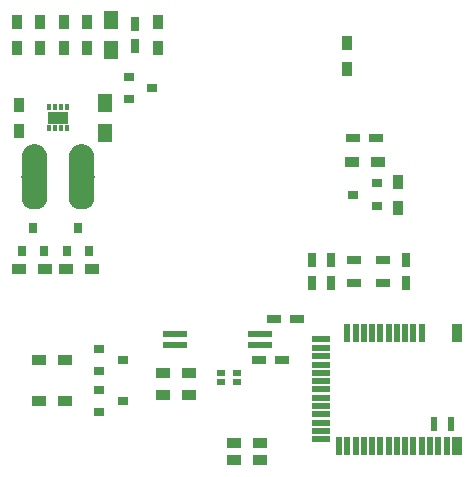
<source format=gtp>
G04 #@! TF.GenerationSoftware,KiCad,Pcbnew,(5.1.0)-1*
G04 #@! TF.CreationDate,2019-04-11T16:46:24+05:30*
G04 #@! TF.ProjectId,senseBe_rev3_main,73656e73-6542-4655-9f72-6576335f6d61,rev?*
G04 #@! TF.SameCoordinates,Original*
G04 #@! TF.FileFunction,Paste,Top*
G04 #@! TF.FilePolarity,Positive*
%FSLAX46Y46*%
G04 Gerber Fmt 4.6, Leading zero omitted, Abs format (unit mm)*
G04 Created by KiCad (PCBNEW (5.1.0)-1) date 2019-04-11 16:46:24*
%MOMM*%
%LPD*%
G04 APERTURE LIST*
%ADD10R,1.200000X0.900000*%
%ADD11R,2.100000X0.600000*%
%ADD12R,0.900000X0.800000*%
%ADD13R,0.800000X0.900000*%
%ADD14R,0.750000X1.200000*%
%ADD15R,1.200000X0.750000*%
%ADD16R,1.250000X1.500000*%
%ADD17R,0.700000X0.500000*%
%ADD18R,1.300000X0.700000*%
%ADD19R,0.900000X1.200000*%
%ADD20R,1.600000X0.500000*%
%ADD21R,0.500000X1.600000*%
%ADD22R,0.900000X1.600000*%
%ADD23R,0.500000X1.200000*%
%ADD24C,0.100000*%
%ADD25C,2.150000*%
%ADD26R,1.800000X1.000000*%
%ADD27R,0.350000X0.500000*%
G04 APERTURE END LIST*
D10*
X30400000Y-48500000D03*
X32600000Y-48500000D03*
D11*
X32600000Y-39300000D03*
X25400000Y-39300000D03*
X25400000Y-40200000D03*
X32600000Y-40200000D03*
D12*
X21000000Y-41500000D03*
X19000000Y-42450000D03*
X19000000Y-40550000D03*
X19000000Y-44050000D03*
X19000000Y-45950000D03*
X21000000Y-45000000D03*
X42500000Y-28450000D03*
X42500000Y-26550000D03*
X40500000Y-27500000D03*
X23500000Y-18500000D03*
X21500000Y-19450000D03*
X21500000Y-17550000D03*
D13*
X16250000Y-32300000D03*
X18150000Y-32300000D03*
X17200000Y-30300000D03*
X13400000Y-30300000D03*
X14350000Y-32300000D03*
X12450000Y-32300000D03*
D14*
X45000000Y-34950000D03*
X45000000Y-33050000D03*
D15*
X34450000Y-41500000D03*
X32550000Y-41500000D03*
X33800000Y-38000000D03*
X35700000Y-38000000D03*
D14*
X37000000Y-34950000D03*
X37000000Y-33050000D03*
X38600000Y-33050000D03*
X38600000Y-34950000D03*
D15*
X40500000Y-22750000D03*
X42400000Y-22750000D03*
D14*
X22000000Y-14950000D03*
X22000000Y-13050000D03*
D16*
X19500000Y-19750000D03*
X19500000Y-22250000D03*
X20000000Y-15250000D03*
X20000000Y-12750000D03*
D17*
X29300000Y-42600000D03*
X30700000Y-42600000D03*
X30700000Y-43400000D03*
X29300000Y-43400000D03*
D18*
X43000000Y-34950000D03*
X43000000Y-33050000D03*
X40600000Y-34950000D03*
X40600000Y-33050000D03*
D19*
X40000000Y-14700000D03*
X40000000Y-16900000D03*
D10*
X13900000Y-41500000D03*
X16100000Y-41500000D03*
X26600000Y-44500000D03*
X24400000Y-44500000D03*
X24400000Y-42600000D03*
X26600000Y-42600000D03*
X16100000Y-45000000D03*
X13900000Y-45000000D03*
X42600000Y-24750000D03*
X40400000Y-24750000D03*
D19*
X44250000Y-28600000D03*
X44250000Y-26400000D03*
X24000000Y-12900000D03*
X24000000Y-15100000D03*
X12200000Y-19900000D03*
X12200000Y-22100000D03*
D10*
X18400000Y-33800000D03*
X16200000Y-33800000D03*
D19*
X18000000Y-15100000D03*
X18000000Y-12900000D03*
X16000000Y-15100000D03*
X16000000Y-12900000D03*
X14000000Y-12900000D03*
X14000000Y-15100000D03*
D10*
X14400000Y-33800000D03*
X12200000Y-33800000D03*
D19*
X12000000Y-15100000D03*
X12000000Y-12900000D03*
D20*
X37750000Y-39700000D03*
D21*
X46300000Y-39250000D03*
D22*
X49300000Y-39250000D03*
D21*
X45600000Y-39250000D03*
X44900000Y-39250000D03*
X44200000Y-39250000D03*
X43500000Y-39250000D03*
X42800000Y-39250000D03*
X42100000Y-39250000D03*
X41400000Y-39250000D03*
X40700000Y-39250000D03*
X40000000Y-39250000D03*
D20*
X37750000Y-40500000D03*
X37750000Y-41200000D03*
X37750000Y-41900000D03*
X37750000Y-42600000D03*
X37750000Y-43300000D03*
X37750000Y-44000000D03*
X37750000Y-44700000D03*
X37750000Y-45400000D03*
X37750000Y-46100000D03*
X37750000Y-46800000D03*
X37750000Y-47500000D03*
X37750000Y-48200000D03*
D21*
X39300000Y-48750000D03*
X40000000Y-48750000D03*
X40700000Y-48750000D03*
X41400000Y-48750000D03*
X42100000Y-48750000D03*
X42800000Y-48750000D03*
X43500000Y-48750000D03*
X44200000Y-48750000D03*
X44900000Y-48750000D03*
X45600000Y-48750000D03*
X46300000Y-48750000D03*
X47000000Y-48750000D03*
X47700000Y-48750000D03*
X48400000Y-48750000D03*
D22*
X49300000Y-48750000D03*
D23*
X48750000Y-46900000D03*
X47350000Y-46900000D03*
D24*
G36*
X13673243Y-23254814D02*
G01*
X13770292Y-23269210D01*
X13865462Y-23293049D01*
X13957838Y-23326101D01*
X14046529Y-23368049D01*
X14130681Y-23418488D01*
X14209485Y-23476933D01*
X14282180Y-23542820D01*
X14348067Y-23615515D01*
X14406512Y-23694319D01*
X14456951Y-23778471D01*
X14498899Y-23867162D01*
X14531951Y-23959538D01*
X14555790Y-24054708D01*
X14570186Y-24151757D01*
X14575000Y-24249750D01*
X14575000Y-27750250D01*
X14570186Y-27848243D01*
X14555790Y-27945292D01*
X14531951Y-28040462D01*
X14498899Y-28132838D01*
X14456951Y-28221529D01*
X14406512Y-28305681D01*
X14348067Y-28384485D01*
X14282180Y-28457180D01*
X14209485Y-28523067D01*
X14130681Y-28581512D01*
X14046529Y-28631951D01*
X13957838Y-28673899D01*
X13865462Y-28706951D01*
X13770292Y-28730790D01*
X13673243Y-28745186D01*
X13575250Y-28750000D01*
X13424750Y-28750000D01*
X13326757Y-28745186D01*
X13229708Y-28730790D01*
X13134538Y-28706951D01*
X13042162Y-28673899D01*
X12953471Y-28631951D01*
X12869319Y-28581512D01*
X12790515Y-28523067D01*
X12717820Y-28457180D01*
X12651933Y-28384485D01*
X12593488Y-28305681D01*
X12543049Y-28221529D01*
X12501101Y-28132838D01*
X12468049Y-28040462D01*
X12444210Y-27945292D01*
X12429814Y-27848243D01*
X12425000Y-27750250D01*
X12425000Y-24249750D01*
X12429814Y-24151757D01*
X12444210Y-24054708D01*
X12468049Y-23959538D01*
X12501101Y-23867162D01*
X12543049Y-23778471D01*
X12593488Y-23694319D01*
X12651933Y-23615515D01*
X12717820Y-23542820D01*
X12790515Y-23476933D01*
X12869319Y-23418488D01*
X12953471Y-23368049D01*
X13042162Y-23326101D01*
X13134538Y-23293049D01*
X13229708Y-23269210D01*
X13326757Y-23254814D01*
X13424750Y-23250000D01*
X13575250Y-23250000D01*
X13673243Y-23254814D01*
X13673243Y-23254814D01*
G37*
D25*
X13500000Y-26000000D03*
D24*
G36*
X17673243Y-23254814D02*
G01*
X17770292Y-23269210D01*
X17865462Y-23293049D01*
X17957838Y-23326101D01*
X18046529Y-23368049D01*
X18130681Y-23418488D01*
X18209485Y-23476933D01*
X18282180Y-23542820D01*
X18348067Y-23615515D01*
X18406512Y-23694319D01*
X18456951Y-23778471D01*
X18498899Y-23867162D01*
X18531951Y-23959538D01*
X18555790Y-24054708D01*
X18570186Y-24151757D01*
X18575000Y-24249750D01*
X18575000Y-27750250D01*
X18570186Y-27848243D01*
X18555790Y-27945292D01*
X18531951Y-28040462D01*
X18498899Y-28132838D01*
X18456951Y-28221529D01*
X18406512Y-28305681D01*
X18348067Y-28384485D01*
X18282180Y-28457180D01*
X18209485Y-28523067D01*
X18130681Y-28581512D01*
X18046529Y-28631951D01*
X17957838Y-28673899D01*
X17865462Y-28706951D01*
X17770292Y-28730790D01*
X17673243Y-28745186D01*
X17575250Y-28750000D01*
X17424750Y-28750000D01*
X17326757Y-28745186D01*
X17229708Y-28730790D01*
X17134538Y-28706951D01*
X17042162Y-28673899D01*
X16953471Y-28631951D01*
X16869319Y-28581512D01*
X16790515Y-28523067D01*
X16717820Y-28457180D01*
X16651933Y-28384485D01*
X16593488Y-28305681D01*
X16543049Y-28221529D01*
X16501101Y-28132838D01*
X16468049Y-28040462D01*
X16444210Y-27945292D01*
X16429814Y-27848243D01*
X16425000Y-27750250D01*
X16425000Y-24249750D01*
X16429814Y-24151757D01*
X16444210Y-24054708D01*
X16468049Y-23959538D01*
X16501101Y-23867162D01*
X16543049Y-23778471D01*
X16593488Y-23694319D01*
X16651933Y-23615515D01*
X16717820Y-23542820D01*
X16790515Y-23476933D01*
X16869319Y-23418488D01*
X16953471Y-23368049D01*
X17042162Y-23326101D01*
X17134538Y-23293049D01*
X17229708Y-23269210D01*
X17326757Y-23254814D01*
X17424750Y-23250000D01*
X17575250Y-23250000D01*
X17673243Y-23254814D01*
X17673243Y-23254814D01*
G37*
D25*
X17500000Y-26000000D03*
D10*
X32600000Y-50000000D03*
X30400000Y-50000000D03*
D26*
X15500000Y-21000000D03*
D27*
X14750000Y-21900000D03*
X15250000Y-21900000D03*
X15750000Y-21900000D03*
X16250000Y-21900000D03*
X16250000Y-20100000D03*
X15750000Y-20100000D03*
X15250000Y-20100000D03*
X14750000Y-20100000D03*
M02*

</source>
